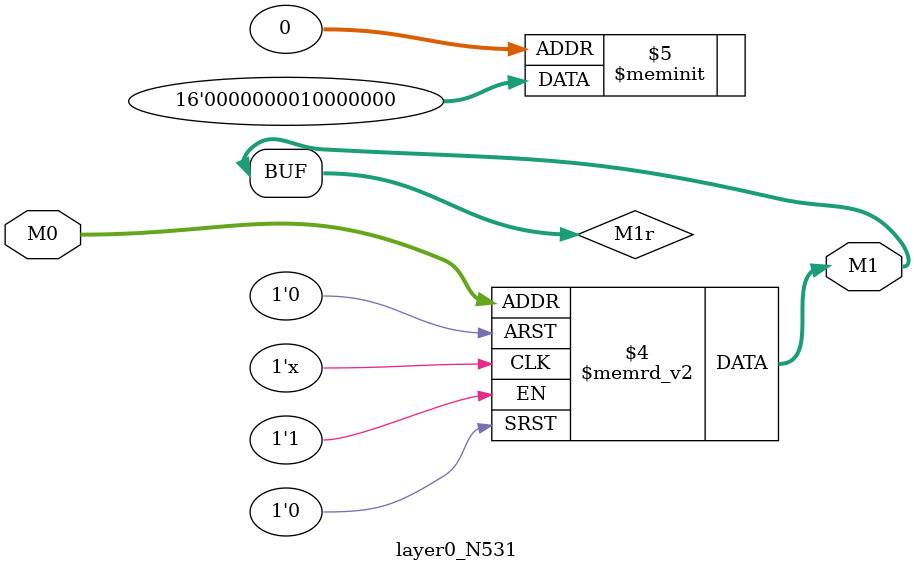
<source format=v>
module layer0_N531 ( input [2:0] M0, output [1:0] M1 );

	(*rom_style = "distributed" *) reg [1:0] M1r;
	assign M1 = M1r;
	always @ (M0) begin
		case (M0)
			3'b000: M1r = 2'b00;
			3'b100: M1r = 2'b00;
			3'b010: M1r = 2'b00;
			3'b110: M1r = 2'b00;
			3'b001: M1r = 2'b00;
			3'b101: M1r = 2'b00;
			3'b011: M1r = 2'b10;
			3'b111: M1r = 2'b00;

		endcase
	end
endmodule

</source>
